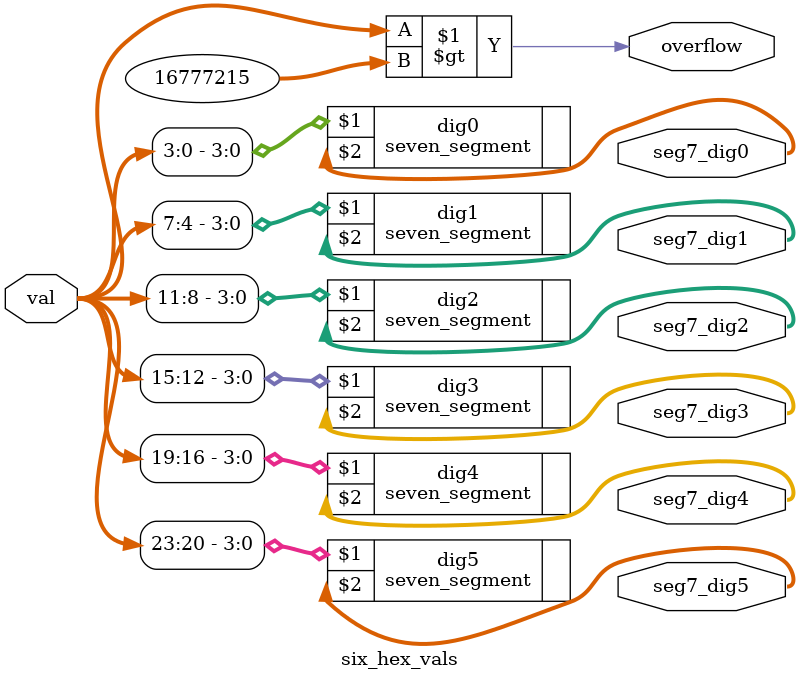
<source format=v>
module six_hex_vals (
input [31:0]val,
output [6:0]seg7_dig0,
output [6:0]seg7_dig1,
output [6:0]seg7_dig2,
output [6:0]seg7_dig3,
output [6:0]seg7_dig4,
output [6:0]seg7_dig5,
output reg overflow
);

assign overflow = val > 32'hffffff;

/* instantiate the modules for each of the seven seg decoders including the negative one */
seven_segment dig0(val[3:0], seg7_dig0);
seven_segment dig1(val[7:4], seg7_dig1);
seven_segment dig2(val[11:8], seg7_dig2);
seven_segment dig3(val[15:12], seg7_dig3);
seven_segment dig4(val[19:16], seg7_dig4);
seven_segment dig5(val[23:20], seg7_dig5);
endmodule
</source>
